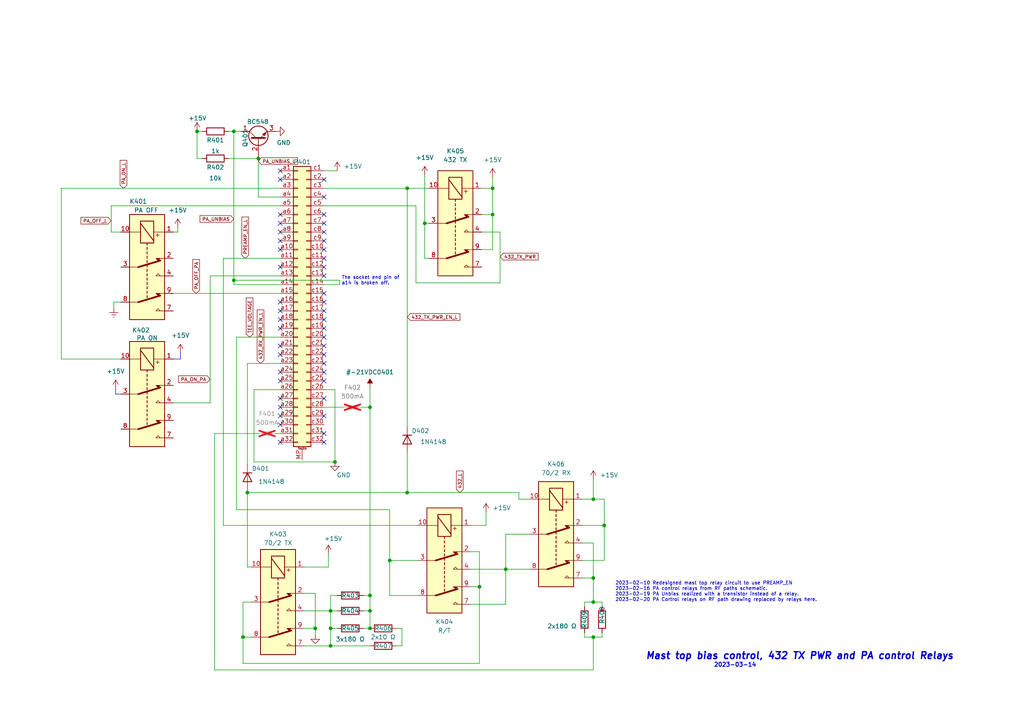
<source format=kicad_sch>
(kicad_sch (version 20230121) (generator eeschema)
  (paper "A4")
  (lib_symbols
    (symbol "AQsymbol-lib:DIN2" (pin_names (offset 0) hide)
      (property "Reference" "J" (at -1.27 40.64 0))
      (symbol "DIN2_1_1"
        (rectangle (start -2.54 -40.513) (end -1.27 -40.767) (stroke (width 0.1524)))
        (rectangle (start -2.54 -37.973) (end -1.27 -38.227) (stroke (width 0.1524)))
        (rectangle (start -2.54 -35.433) (end -1.27 -35.687) (stroke (width 0.1524)))
        (rectangle (start -2.54 -32.893) (end -1.27 -33.147) (stroke (width 0.1524)))
        (rectangle (start -2.54 -30.353) (end -1.27 -30.607) (stroke (width 0.1524)))
        (rectangle (start -2.54 -27.813) (end -1.27 -28.067) (stroke (width 0.1524)))
        (rectangle (start -2.54 -25.273) (end -1.27 -25.527) (stroke (width 0.1524)))
        (rectangle (start -2.54 -22.733) (end -1.27 -22.987) (stroke (width 0.1524)))
        (rectangle (start -2.54 -20.193) (end -1.27 -20.447) (stroke (width 0.1524)))
        (rectangle (start -2.54 -17.653) (end -1.27 -17.907) (stroke (width 0.1524)))
        (rectangle (start -2.54 -15.113) (end -1.27 -15.367) (stroke (width 0.1524)))
        (rectangle (start -2.54 -12.573) (end -1.27 -12.827) (stroke (width 0.1524)))
        (rectangle (start -2.54 -10.033) (end -1.27 -10.287) (stroke (width 0.1524)))
        (rectangle (start -2.54 -7.493) (end -1.27 -7.747) (stroke (width 0.1524)))
        (rectangle (start -2.54 -4.953) (end -1.27 -5.207) (stroke (width 0.1524)))
        (rectangle (start -2.54 -2.413) (end -1.27 -2.667) (stroke (width 0.1524)))
        (rectangle (start -2.54 0.127) (end -1.27 -0.127) (stroke (width 0.1524)))
        (rectangle (start -2.54 2.667) (end -1.27 2.413) (stroke (width 0.1524)))
        (rectangle (start -2.54 5.207) (end -1.27 4.953) (stroke (width 0.1524)))
        (rectangle (start -2.54 7.747) (end -1.27 7.493) (stroke (width 0.1524)))
        (rectangle (start -2.54 10.287) (end -1.27 10.033) (stroke (width 0.1524)))
        (rectangle (start -2.54 12.827) (end -1.27 12.573) (stroke (width 0.1524)))
        (rectangle (start -2.54 15.367) (end -1.27 15.113) (stroke (width 0.1524)))
        (rectangle (start -2.54 17.907) (end -1.27 17.653) (stroke (width 0.1524)))
        (rectangle (start -2.54 20.447) (end -1.27 20.193) (stroke (width 0.1524)))
        (rectangle (start -2.54 22.987) (end -1.27 22.733) (stroke (width 0.1524)))
        (rectangle (start -2.54 25.527) (end -1.27 25.273) (stroke (width 0.1524)))
        (rectangle (start -2.54 28.067) (end -1.27 27.813) (stroke (width 0.1524)))
        (rectangle (start -2.54 30.607) (end -1.27 30.353) (stroke (width 0.1524)))
        (rectangle (start -2.54 33.147) (end -1.27 32.893) (stroke (width 0.1524)))
        (rectangle (start -2.54 35.687) (end -1.27 35.433) (stroke (width 0.1524)))
        (rectangle (start -2.54 38.227) (end -1.27 37.973) (stroke (width 0.1524)))
        (rectangle (start -2.54 39.37) (end 2.54 -41.91) (stroke (width 0.254)) (fill (type background)))
        (polyline (pts (xy -1.016 -42.672) (xy 1.016 -42.672)) (stroke (width 0.1524)))
        (rectangle (start 2.54 -40.513) (end 1.27 -40.767) (stroke (width 0.1524)))
        (rectangle (start 2.54 -37.973) (end 1.27 -38.227) (stroke (width 0.1524)))
        (rectangle (start 2.54 -35.433) (end 1.27 -35.687) (stroke (width 0.1524)))
        (rectangle (start 2.54 -32.893) (end 1.27 -33.147) (stroke (width 0.1524)))
        (rectangle (start 2.54 -30.353) (end 1.27 -30.607) (stroke (width 0.1524)))
        (rectangle (start 2.54 -27.813) (end 1.27 -28.067) (stroke (width 0.1524)))
        (rectangle (start 2.54 -25.273) (end 1.27 -25.527) (stroke (width 0.1524)))
        (rectangle (start 2.54 -22.733) (end 1.27 -22.987) (stroke (width 0.1524)))
        (rectangle (start 2.54 -20.193) (end 1.27 -20.447) (stroke (width 0.1524)))
        (rectangle (start 2.54 -17.653) (end 1.27 -17.907) (stroke (width 0.1524)))
        (rectangle (start 2.54 -15.113) (end 1.27 -15.367) (stroke (width 0.1524)))
        (rectangle (start 2.54 -12.573) (end 1.27 -12.827) (stroke (width 0.1524)))
        (rectangle (start 2.54 -10.033) (end 1.27 -10.287) (stroke (width 0.1524)))
        (rectangle (start 2.54 -7.493) (end 1.27 -7.747) (stroke (width 0.1524)))
        (rectangle (start 2.54 -4.953) (end 1.27 -5.207) (stroke (width 0.1524)))
        (rectangle (start 2.54 -2.413) (end 1.27 -2.667) (stroke (width 0.1524)))
        (rectangle (start 2.54 0.127) (end 1.27 -0.127) (stroke (width 0.1524)))
        (rectangle (start 2.54 2.667) (end 1.27 2.413) (stroke (width 0.1524)))
        (rectangle (start 2.54 5.207) (end 1.27 4.953) (stroke (width 0.1524)))
        (rectangle (start 2.54 7.747) (end 1.27 7.493) (stroke (width 0.1524)))
        (rectangle (start 2.54 10.287) (end 1.27 10.033) (stroke (width 0.1524)))
        (rectangle (start 2.54 12.827) (end 1.27 12.573) (stroke (width 0.1524)))
        (rectangle (start 2.54 15.367) (end 1.27 15.113) (stroke (width 0.1524)))
        (rectangle (start 2.54 17.907) (end 1.27 17.653) (stroke (width 0.1524)))
        (rectangle (start 2.54 20.447) (end 1.27 20.193) (stroke (width 0.1524)))
        (rectangle (start 2.54 22.987) (end 1.27 22.733) (stroke (width 0.1524)))
        (rectangle (start 2.54 25.527) (end 1.27 25.273) (stroke (width 0.1524)))
        (rectangle (start 2.54 28.067) (end 1.27 27.813) (stroke (width 0.1524)))
        (rectangle (start 2.54 30.607) (end 1.27 30.353) (stroke (width 0.1524)))
        (rectangle (start 2.54 33.147) (end 1.27 32.893) (stroke (width 0.1524)))
        (rectangle (start 2.54 35.687) (end 1.27 35.433) (stroke (width 0.1524)))
        (rectangle (start 2.54 38.227) (end 1.27 37.973) (stroke (width 0.1524)))
        (text "Mounting" (at 0 -42.291 0) (effects (font (size 0.381 0.381))))
        (pin passive line (at 0 -45.72 90) (length 3.048) (name "MountPin") (number "MP"))
        (pin passive line (at -6.35 38.1 0) (length 3.81) (name "Pin_a1") (number "a1"))
        (pin passive line (at -6.35 15.24 0) (length 3.81) (name "Pin_a10") (number "a10"))
        (pin passive line (at -6.35 12.7 0) (length 3.81) (name "Pin_a11") (number "a11"))
        (pin passive line (at -6.35 10.16 0) (length 3.81) (name "Pin_a12") (number "a12"))
        (pin passive line (at -6.35 7.62 0) (length 3.81) (name "Pin_a13") (number "a13"))
        (pin passive line (at -6.35 5.08 0) (length 3.81) (name "Pin_a14") (number "a14"))
        (pin passive line (at -6.35 2.54 0) (length 3.81) (name "Pin_a15") (number "a15"))
        (pin passive line (at -6.35 0 0) (length 3.81) (name "Pin_a16") (number "a16"))
        (pin passive line (at -6.35 -2.54 0) (length 3.81) (name "Pin_a17") (number "a17"))
        (pin passive line (at -6.35 -5.08 0) (length 3.81) (name "Pin_a18") (number "a18"))
        (pin passive line (at -6.35 -7.62 0) (length 3.81) (name "Pin_a19") (number "a19"))
        (pin passive line (at -6.35 35.56 0) (length 3.81) (name "Pin_a2") (number "a2"))
        (pin passive line (at -6.35 -10.16 0) (length 3.81) (name "Pin_a20") (number "a20"))
        (pin passive line (at -6.35 -12.7 0) (length 3.81) (name "Pin_a21") (number "a21"))
        (pin passive line (at -6.35 -15.24 0) (length 3.81) (name "Pin_a22") (number "a22"))
        (pin passive line (at -6.35 -17.78 0) (length 3.81) (name "Pin_a23") (number "a23"))
        (pin passive line (at -6.35 -20.32 0) (length 3.81) (name "Pin_a24") (number "a24"))
        (pin passive line (at -6.35 -22.86 0) (length 3.81) (name "Pin_a25") (number "a25"))
        (pin passive line (at -6.35 -25.4 0) (length 3.81) (name "Pin_a26") (number "a26"))
        (pin passive line (at -6.35 -27.94 0) (length 3.81) (name "Pin_a27") (number "a27"))
        (pin passive line (at -6.35 -30.48 0) (length 3.81) (name "Pin_a28") (number "a28"))
        (pin passive line (at -6.35 -33.02 0) (length 3.81) (name "Pin_a29") (number "a29"))
        (pin passive line (at -6.35 33.02 0) (length 3.81) (name "Pin_a3") (number "a3"))
        (pin passive line (at -6.35 -35.56 0) (length 3.81) (name "Pin_a30") (number "a30"))
        (pin passive line (at -6.35 -38.1 0) (length 3.81) (name "Pin_a31") (number "a31"))
        (pin passive line (at -6.35 -40.64 0) (length 3.81) (name "Pin_a32") (number "a32"))
        (pin passive line (at -6.35 30.48 0) (length 3.81) (name "Pin_a4") (number "a4"))
        (pin passive line (at -6.35 27.94 0) (length 3.81) (name "Pin_a5") (number "a5"))
        (pin passive line (at -6.35 25.4 0) (length 3.81) (name "Pin_a6") (number "a6"))
        (pin passive line (at -6.35 22.86 0) (length 3.81) (name "Pin_a7") (number "a7"))
        (pin passive line (at -6.35 20.32 0) (length 3.81) (name "Pin_a8") (number "a8"))
        (pin passive line (at -6.35 17.78 0) (length 3.81) (name "Pin_a9") (number "a9"))
        (pin passive line (at 6.35 38.1 180) (length 3.81) (name "Pin_c1") (number "c1"))
        (pin passive line (at 6.35 15.24 180) (length 3.81) (name "Pin_c10") (number "c10"))
        (pin passive line (at 6.35 12.7 180) (length 3.81) (name "Pin_c11") (number "c11"))
        (pin passive line (at 6.35 10.16 180) (length 3.81) (name "Pin_c12") (number "c12"))
        (pin passive line (at 6.35 7.62 180) (length 3.81) (name "Pin_c13") (number "c13"))
        (pin passive line (at 6.35 5.08 180) (length 3.81) (name "Pin_c14") (number "c14"))
        (pin passive line (at 6.35 2.54 180) (length 3.81) (name "Pin_c15") (number "c15"))
        (pin passive line (at 6.35 0 180) (length 3.81) (name "Pin_c16") (number "c16"))
        (pin passive line (at 6.35 -2.54 180) (length 3.81) (name "Pin_c17") (number "c17"))
        (pin passive line (at 6.35 -5.08 180) (length 3.81) (name "Pin_c18") (number "c18"))
        (pin passive line (at 6.35 -7.62 180) (length 3.81) (name "Pin_c19") (number "c19"))
        (pin passive line (at 6.35 35.56 180) (length 3.81) (name "Pin_c2") (number "c2"))
        (pin passive line (at 6.35 -10.16 180) (length 3.81) (name "Pin_c20") (number "c20"))
        (pin passive line (at 6.35 -12.7 180) (length 3.81) (name "Pin_c21") (number "c21"))
        (pin passive line (at 6.35 -15.24 180) (length 3.81) (name "Pin_c22") (number "c22"))
        (pin passive line (at 6.35 -17.78 180) (length 3.81) (name "Pin_c23") (number "c23"))
        (pin passive line (at 6.35 -20.32 180) (length 3.81) (name "Pin_c24") (number "c24"))
        (pin passive line (at 6.35 -22.86 180) (length 3.81) (name "Pin_c25") (number "c25"))
        (pin passive line (at 6.35 -25.4 180) (length 3.81) (name "Pin_c26") (number "c26"))
        (pin passive line (at 6.35 -27.94 180) (length 3.81) (name "Pin_c27") (number "c27"))
        (pin passive line (at 6.35 -30.48 180) (length 3.81) (name "Pin_c28") (number "c28"))
        (pin passive line (at 6.35 -33.02 180) (length 3.81) (name "Pin_c29") (number "c29"))
        (pin passive line (at 6.35 33.02 180) (length 3.81) (name "Pin_c3") (number "c3"))
        (pin passive line (at 6.35 -35.56 180) (length 3.81) (name "Pin_c30") (number "c30"))
        (pin passive line (at 6.35 -38.1 180) (length 3.81) (name "Pin_c31") (number "c31"))
        (pin passive line (at 6.35 -40.64 180) (length 3.81) (name "Pin_c32") (number "c32"))
        (pin passive line (at 6.35 30.48 180) (length 3.81) (name "Pin_c4") (number "c4"))
        (pin passive line (at 6.35 27.94 180) (length 3.81) (name "Pin_c5") (number "c5"))
        (pin passive line (at 6.35 25.4 180) (length 3.81) (name "Pin_c6") (number "c6"))
        (pin passive line (at 6.35 22.86 180) (length 3.81) (name "Pin_c7") (number "c7"))
        (pin passive line (at 6.35 20.32 180) (length 3.81) (name "Pin_c8") (number "c8"))
        (pin passive line (at 6.35 17.78 180) (length 3.81) (name "Pin_c9") (number "c9"))
      )
    )
    (symbol "Device:Fuse_Small" (pin_numbers hide) (pin_names (offset 0.254) hide)
      (property "Reference" "F" (at 0 -1.524 0))
      (property "Value" "Fuse_Small" (at 0 1.524 0))
      (symbol "Fuse_Small_0_1"
        (rectangle (start -1.27 0.508) (end 1.27 -0.508))
        (polyline (pts (xy -1.27 0) (xy 1.27 0)))
      )
      (symbol "Fuse_Small_1_1"
        (pin passive line (at -2.54 0 0) (length 1.27) (name "~") (number "1"))
        (pin passive line (at 2.54 0 180) (length 1.27) (name "~") (number "2"))
      )
    )
    (symbol "Device:R" (pin_numbers hide) (pin_names (offset 0))
      (property "Reference" "R" (at 2.032 0 90))
      (property "Value" "R" (at 0 0 90))
      (symbol "R_0_1"
        (rectangle (start -1.016 -2.54) (end 1.016 2.54) (stroke (width 0.254)))
      )
      (symbol "R_1_1"
        (pin passive line (at 0 3.81 270) (length 1.27) (name "~") (number "1"))
        (pin passive line (at 0 -3.81 90) (length 1.27) (name "~") (number "2"))
      )
    )
    (symbol "Diode:1N4148" (pin_numbers hide) (pin_names (offset 1.016) hide)
      (property "Reference" "D" (at 0 2.54 0))
      (property "Value" "1N4148" (at 0 -2.54 0))
      (symbol "1N4148_0_1"
        (polyline (pts (xy -1.27 1.27) (xy -1.27 -1.27)) (stroke (width 0.254)))
        (polyline (pts (xy 1.27 0) (xy -1.27 0)))
        (polyline (pts (xy 1.27 1.27) (xy 1.27 -1.27) (xy -1.27 0) (xy 1.27 1.27)) (stroke (width 0.254)))
      )
      (symbol "1N4148_1_1"
        (pin passive line (at -3.81 0 0) (length 2.54) (name "K") (number "1"))
        (pin passive line (at 3.81 0 180) (length 2.54) (name "A") (number "2"))
      )
    )
    (symbol "Relay:AZ850P1-x"
      (property "Reference" "K" (at 16.51 3.81 0))
      (property "Value" "AZ850P1-x" (at 16.51 1.27 0))
      (symbol "AZ850P1-x_0_0"
        (text "+" (at -9.271 2.921 0) (effects (font (size 1.27 1.27))))
      )
      (symbol "AZ850P1-x_0_1"
        (rectangle (start -15.24 5.08) (end 15.24 -5.08) (stroke (width 0.254)) (fill (type background)))
        (rectangle (start -13.335 1.905) (end -6.985 -1.905) (stroke (width 0.254)))
        (polyline (pts (xy -12.7 -1.905) (xy -7.62 1.905)) (stroke (width 0.254)))
        (polyline (pts (xy -10.16 -5.08) (xy -10.16 -1.905)))
        (polyline (pts (xy -10.16 5.08) (xy -10.16 1.905)))
        (polyline (pts (xy -6.985 0) (xy -6.35 0)) (stroke (width 0.254)))
        (polyline (pts (xy -5.715 0) (xy -5.08 0)) (stroke (width 0.254)))
        (polyline (pts (xy -4.445 0) (xy -3.81 0)) (stroke (width 0.254)))
        (polyline (pts (xy -3.175 0) (xy -2.54 0)) (stroke (width 0.254)))
        (polyline (pts (xy -1.905 0) (xy -1.27 0)) (stroke (width 0.254)))
        (polyline (pts (xy -0.635 0) (xy 0 0)) (stroke (width 0.254)))
        (polyline (pts (xy 0 -2.54) (xy -1.905 3.81)) (stroke (width 0.508)))
        (polyline (pts (xy 0 -2.54) (xy 0 -5.08)))
        (polyline (pts (xy 0.635 0) (xy 1.27 0)) (stroke (width 0.254)))
        (polyline (pts (xy 1.905 0) (xy 2.54 0)) (stroke (width 0.254)))
        (polyline (pts (xy 3.175 0) (xy 3.81 0)) (stroke (width 0.254)))
        (polyline (pts (xy 4.445 0) (xy 5.08 0)) (stroke (width 0.254)))
        (polyline (pts (xy 5.715 0) (xy 6.35 0)) (stroke (width 0.254)))
        (polyline (pts (xy 6.985 0) (xy 7.62 0)) (stroke (width 0.254)))
        (polyline (pts (xy 8.255 0) (xy 8.89 0)) (stroke (width 0.254)))
        (polyline (pts (xy 10.16 -2.54) (xy 8.255 3.81)) (stroke (width 0.508)))
        (polyline (pts (xy 10.16 -2.54) (xy 10.16 -5.08)))
        (polyline (pts (xy -2.54 5.08) (xy -2.54 2.54) (xy -1.905 3.175) (xy -2.54 3.81)) (fill (type outline)))
        (polyline (pts (xy 2.54 5.08) (xy 2.54 2.54) (xy 1.905 3.175) (xy 2.54 3.81)))
        (polyline (pts (xy 7.62 5.08) (xy 7.62 2.54) (xy 8.255 3.175) (xy 7.62 3.81)) (fill (type outline)))
        (polyline (pts (xy 12.7 5.08) (xy 12.7 2.54) (xy 12.065 3.175) (xy 12.7 3.81)))
      )
      (symbol "AZ850P1-x_1_1"
        (pin passive line (at -10.16 7.62 270) (length 2.54) (name "~") (number "1"))
        (pin passive line (at -10.16 -7.62 90) (length 2.54) (name "~") (number "10"))
        (pin passive line (at -2.54 7.62 270) (length 2.54) (name "~") (number "2"))
        (pin passive line (at 0 -7.62 90) (length 2.54) (name "~") (number "3"))
        (pin passive line (at 2.54 7.62 270) (length 2.54) (name "~") (number "4"))
        (pin passive line (at 12.7 7.62 270) (length 2.54) (name "~") (number "7"))
        (pin passive line (at 10.16 -7.62 90) (length 2.54) (name "~") (number "8"))
        (pin passive line (at 7.62 7.62 270) (length 2.54) (name "~") (number "9"))
      )
    )
    (symbol "Transistor_BJT:BC548" (pin_names (offset 0) hide)
      (property "Reference" "Q" (at 5.08 1.905 0))
      (property "Value" "BC548" (at 5.08 0 0))
      (symbol "BC548_0_1"
        (polyline (pts (xy 0 0) (xy 0.635 0)))
        (polyline (pts (xy 0.635 0.635) (xy 2.54 2.54)))
        (polyline (pts (xy 0.635 -0.635) (xy 2.54 -2.54) (xy 2.54 -2.54)))
        (polyline (pts (xy 0.635 1.905) (xy 0.635 -1.905) (xy 0.635 -1.905)) (stroke (width 0.508)))
        (polyline (pts (xy 1.27 -1.778) (xy 1.778 -1.27) (xy 2.286 -2.286) (xy 1.27 -1.778) (xy 1.27 -1.778)) (fill (type outline)))
        (circle (center 1.27 0) (radius 2.8194) (stroke (width 0.254)))
      )
      (symbol "BC548_1_1"
        (pin passive line (at 2.54 5.08 270) (length 2.54) (name "C") (number "1"))
        (pin input line (at -5.08 0 0) (length 5.08) (name "B") (number "2"))
        (pin passive line (at 2.54 -5.08 90) (length 2.54) (name "E") (number "3"))
      )
    )
    (symbol "power:+15V" (power) (pin_names (offset 0))
      (property "Value" "+15V" (at 0 3.556 0))
      (symbol "+15V_0_1"
        (polyline (pts (xy -0.762 1.27) (xy 0 2.54)))
        (polyline (pts (xy 0 0) (xy 0 2.54)))
        (polyline (pts (xy 0 2.54) (xy 0.762 1.27)))
      )
      (symbol "+15V_1_1"
        (pin power_in line (at 0 0 90) (length 0) hide (name "+15V") (number "1"))
      )
    )
    (symbol "power:-24V" (power) (pin_names (offset 0))
      (property "Value" "-24V" (at 0 3.81 0))
      (symbol "-24V_0_0"
        (pin power_in line (at 0 0 90) (length 0) hide (name "-24V") (number "1"))
      )
      (symbol "-24V_0_1"
        (polyline (pts (xy 0 0) (xy 0 1.27) (xy 0.762 1.27) (xy 0 2.54) (xy -0.762 1.27) (xy 0 1.27)) (fill (type outline)))
      )
    )
    (symbol "power:Earth" (power) (pin_names (offset 0))
      (symbol "Earth_0_1"
        (polyline (pts (xy -0.635 -1.905) (xy 0.635 -1.905)))
        (polyline (pts (xy -0.127 -2.54) (xy 0.127 -2.54)))
        (polyline (pts (xy 0 -1.27) (xy 0 0)))
        (polyline (pts (xy 1.27 -1.27) (xy -1.27 -1.27)))
      )
      (symbol "Earth_1_1"
        (pin power_in line (at 0 0 270) (length 0) hide (name "Earth") (number "1"))
      )
    )
    (symbol "power:GND" (power) (pin_names (offset 0))
      (property "Value" "GND" (at 0 -3.81 0))
      (symbol "GND_0_1"
        (polyline (pts (xy 0 0) (xy 0 -1.27) (xy 1.27 -1.27) (xy 0 -2.54) (xy -1.27 -1.27) (xy 0 -1.27)))
      )
      (symbol "GND_1_1"
        (pin power_in line (at 0 0 270) (length 0) hide (name "GND") (number "1"))
      )
    )
  )
  (junction (at 97.155 133.985))
  (junction (at 175.26 152.4))
  (junction (at 95.885 177.165))
  (junction (at 172.085 184.785))
  (junction (at 107.315 172.72))
  (junction (at 118.11 54.61))
  (junction (at 172.085 167.64))
  (junction (at 123.19 64.77))
  (junction (at 118.11 142.875))
  (junction (at 172.085 174.625))
  (junction (at 74.93 45.974))
  (junction (at 95.885 187.325))
  (junction (at 70.485 184.785))
  (junction (at 139.065 170.18))
  (junction (at 67.818 38.1))
  (junction (at 113.03 162.56))
  (junction (at 91.44 182.245))
  (junction (at 142.875 62.23))
  (junction (at 67.818 81.28))
  (junction (at 95.885 182.245))
  (junction (at 172.085 144.78))
  (junction (at 142.875 54.61))
  (junction (at 71.755 142.875))
  (junction (at 107.315 182.245))
  (junction (at 107.315 118.11))
  (junction (at 107.315 177.165))
  (junction (at 57.15 38.1))
  (junction (at 146.685 165.1))
  (no_connect (at 81.28 67.31))
  (no_connect (at 81.28 95.25))
  (no_connect (at 81.28 102.87))
  (no_connect (at 81.28 100.33))
  (no_connect (at 81.28 92.71))
  (no_connect (at 81.28 90.17))
  (no_connect (at 81.28 87.63))
  (no_connect (at 81.28 77.47))
  (no_connect (at 81.28 72.39))
  (no_connect (at 93.98 125.73))
  (no_connect (at 93.98 128.27))
  (no_connect (at 81.28 123.19))
  (no_connect (at 81.28 120.65))
  (no_connect (at 81.28 128.27))
  (no_connect (at 93.98 62.23))
  (no_connect (at 93.98 64.77))
  (no_connect (at 93.98 67.31))
  (no_connect (at 93.98 69.85))
  (no_connect (at 93.98 72.39))
  (no_connect (at 93.98 52.07))
  (no_connect (at 93.98 57.15))
  (no_connect (at 93.98 85.09))
  (no_connect (at 93.98 87.63))
  (no_connect (at 93.98 102.87))
  (no_connect (at 93.98 105.41))
  (no_connect (at 81.28 52.07))
  (no_connect (at 81.28 69.85))
  (no_connect (at 93.98 74.93))
  (no_connect (at 93.98 77.47))
  (no_connect (at 93.98 80.01))
  (no_connect (at 81.28 64.77))
  (no_connect (at 81.28 62.23))
  (no_connect (at 93.98 90.17))
  (no_connect (at 93.98 92.71))
  (no_connect (at 93.98 95.25))
  (no_connect (at 93.98 97.79))
  (no_connect (at 93.98 100.33))
  (no_connect (at 93.98 120.65))
  (no_connect (at 93.98 110.49))
  (no_connect (at 93.98 115.57))
  (no_connect (at 93.98 107.95))
  (no_connect (at 81.28 49.53))
  (no_connect (at 81.28 118.11))
  (no_connect (at 81.28 115.57))
  (no_connect (at 81.28 110.49))
  (no_connect (at 81.28 107.95))
  (wire (pts (xy 17.78 54.61) (xy 17.78 104.14)))
  (wire (pts (xy 70.485 174.625) (xy 73.025 174.625)))
  (wire (pts (xy 91.44 172.085) (xy 91.44 182.245)))
  (wire (pts (xy 95.885 187.325) (xy 107.315 187.325)))
  (wire (pts (xy 107.315 112.395) (xy 107.315 118.11)))
  (wire (pts (xy 146.685 165.1) (xy 146.685 175.26)))
  (wire (pts (xy 136.525 160.02) (xy 139.065 160.02)))
  (wire (pts (xy 74.93 45.974) (xy 74.93 57.15)))
  (wire (pts (xy 139.065 170.18) (xy 139.065 192.405)))
  (wire (pts (xy 168.91 162.56) (xy 175.26 162.56)))
  (wire (pts (xy 107.315 182.245) (xy 107.315 177.165)))
  (wire (pts (xy 175.26 152.4) (xy 175.26 144.78)))
  (wire (pts (xy 81.28 113.03) (xy 73.66 113.03)))
  (wire (pts (xy 140.97 152.4) (xy 140.97 148.59)))
  (wire (pts (xy 57.15 45.974) (xy 58.674 45.974)))
  (wire (pts (xy 172.085 184.785) (xy 174.625 184.785)))
  (wire (pts (xy 67.818 38.1) (xy 67.818 81.28)))
  (wire (pts (xy 118.11 131.318) (xy 118.11 142.875)))
  (wire (pts (xy 50.292 85.09) (xy 81.28 85.09)))
  (wire (pts (xy 81.28 74.93) (xy 64.77 74.93)))
  (wire (pts (xy 169.545 175.895) (xy 169.545 174.625)))
  (wire (pts (xy 107.315 118.11) (xy 107.315 172.72)))
  (wire (pts (xy 35.052 87.63) (xy 33.02 87.63)))
  (wire (pts (xy 93.98 54.61) (xy 118.11 54.61)))
  (wire (pts (xy 124.46 74.93) (xy 123.19 74.93)))
  (wire (pts (xy 172.085 184.785) (xy 172.085 194.31)))
  (wire (pts (xy 95.25 160.655) (xy 95.25 164.465)))
  (wire (pts (xy 113.03 162.56) (xy 113.03 147.828)))
  (wire (pts (xy 70.485 192.405) (xy 70.485 184.785)))
  (wire (pts (xy 67.818 38.1) (xy 69.85 38.1)))
  (wire (pts (xy 95.885 177.165) (xy 95.885 182.245)))
  (wire (pts (xy 139.7 62.23) (xy 142.875 62.23)))
  (wire (pts (xy 136.525 152.4) (xy 140.97 152.4)))
  (wire (pts (xy 105.41 177.165) (xy 107.315 177.165)))
  (wire (pts (xy 71.755 105.41) (xy 71.755 134.62)))
  (wire (pts (xy 52.324 104.14) (xy 52.324 102.362)) (stroke (width 0) (color 0 0 194 1)))
  (wire (pts (xy 93.98 118.11) (xy 99.695 118.11)))
  (wire (pts (xy 118.11 54.61) (xy 124.46 54.61)))
  (wire (pts (xy 71.755 105.41) (xy 81.28 105.41)))
  (wire (pts (xy 146.685 154.94) (xy 146.685 165.1)))
  (wire (pts (xy 172.085 139.065) (xy 172.085 144.78)))
  (wire (pts (xy 71.755 142.875) (xy 118.11 142.875)))
  (wire (pts (xy 172.085 194.31) (xy 62.23 194.31)))
  (wire (pts (xy 81.28 54.61) (xy 17.78 54.61)))
  (wire (pts (xy 169.545 174.625) (xy 172.085 174.625)))
  (wire (pts (xy 123.19 74.93) (xy 123.19 64.77)))
  (wire (pts (xy 50.292 116.84) (xy 60.96 116.84)))
  (wire (pts (xy 116.586 182.245) (xy 116.586 187.325)))
  (wire (pts (xy 105.41 172.72) (xy 107.315 172.72)))
  (wire (pts (xy 32.258 67.31) (xy 35.052 67.31)))
  (wire (pts (xy 93.98 82.55) (xy 98.552 82.55)))
  (wire (pts (xy 142.875 72.39) (xy 142.875 62.23)))
  (wire (pts (xy 88.265 172.085) (xy 91.44 172.085)))
  (wire (pts (xy 60.96 80.01) (xy 81.28 80.01)))
  (wire (pts (xy 172.085 167.64) (xy 172.085 174.625)))
  (wire (pts (xy 68.58 97.79) (xy 68.58 147.828)))
  (wire (pts (xy 172.085 174.625) (xy 174.625 174.625)))
  (wire (pts (xy 120.65 59.69) (xy 120.65 82.042)))
  (wire (pts (xy 67.818 81.28) (xy 67.818 82.55)))
  (wire (pts (xy 33.528 114.3) (xy 35.052 114.3)) (stroke (width 0) (color 0 0 194 1)))
  (wire (pts (xy 66.294 38.1) (xy 67.818 38.1)))
  (wire (pts (xy 121.285 162.56) (xy 113.03 162.56)))
  (wire (pts (xy 95.885 177.165) (xy 95.885 172.72)))
  (wire (pts (xy 64.77 74.93) (xy 64.77 152.4)))
  (wire (pts (xy 145.034 82.042) (xy 145.034 67.31)))
  (wire (pts (xy 98.552 81.28) (xy 98.552 82.55)))
  (wire (pts (xy 17.78 104.14) (xy 35.052 104.14)))
  (wire (pts (xy 113.03 172.72) (xy 121.285 172.72)))
  (wire (pts (xy 116.586 187.325) (xy 114.935 187.325)))
  (wire (pts (xy 142.875 62.23) (xy 142.875 54.61)))
  (wire (pts (xy 114.935 182.245) (xy 116.586 182.245)))
  (wire (pts (xy 168.91 144.78) (xy 172.085 144.78)))
  (wire (pts (xy 120.65 82.042) (xy 145.034 82.042)))
  (wire (pts (xy 70.485 184.785) (xy 70.485 174.625)))
  (wire (pts (xy 97.79 172.72) (xy 95.885 172.72)))
  (wire (pts (xy 124.46 64.77) (xy 123.19 64.77)))
  (wire (pts (xy 97.79 182.245) (xy 95.885 182.245)))
  (wire (pts (xy 51.562 67.31) (xy 51.562 66.04)))
  (wire (pts (xy 146.685 165.1) (xy 153.67 165.1)))
  (wire (pts (xy 136.525 175.26) (xy 146.685 175.26)))
  (wire (pts (xy 175.26 144.78) (xy 172.085 144.78)))
  (wire (pts (xy 80.01 125.73) (xy 81.28 125.73)))
  (wire (pts (xy 139.065 160.02) (xy 139.065 170.18)))
  (wire (pts (xy 174.625 183.515) (xy 174.625 184.785)))
  (wire (pts (xy 104.775 118.11) (xy 107.315 118.11)))
  (wire (pts (xy 71.755 164.465) (xy 73.025 164.465)))
  (wire (pts (xy 33.02 87.63) (xy 33.02 89.408)))
  (wire (pts (xy 150.495 142.875) (xy 150.495 144.78)))
  (wire (pts (xy 73.66 113.03) (xy 73.66 133.985)))
  (wire (pts (xy 97.79 49.53) (xy 93.98 49.53)))
  (wire (pts (xy 123.19 64.77) (xy 123.19 50.8)))
  (wire (pts (xy 93.98 59.69) (xy 120.65 59.69)))
  (wire (pts (xy 88.265 164.465) (xy 95.25 164.465)))
  (wire (pts (xy 88.265 182.245) (xy 91.44 182.245)))
  (wire (pts (xy 168.91 167.64) (xy 172.085 167.64)))
  (wire (pts (xy 73.66 133.985) (xy 97.155 133.985)))
  (wire (pts (xy 50.292 104.14) (xy 52.324 104.14)) (stroke (width 0) (color 0 0 194 1)))
  (wire (pts (xy 67.818 81.28) (xy 98.552 81.28)))
  (wire (pts (xy 95.885 182.245) (xy 95.885 187.325)))
  (wire (pts (xy 71.755 142.875) (xy 71.755 142.24)))
  (wire (pts (xy 113.03 147.828) (xy 68.58 147.828)))
  (wire (pts (xy 146.685 154.94) (xy 153.67 154.94)))
  (wire (pts (xy 91.44 182.245) (xy 91.44 184.15)))
  (wire (pts (xy 169.545 183.515) (xy 169.545 184.785)))
  (wire (pts (xy 81.28 59.69) (xy 32.258 59.69)))
  (wire (pts (xy 33.528 112.776) (xy 33.528 114.3)) (stroke (width 0) (color 0 0 194 1)))
  (wire (pts (xy 169.545 184.785) (xy 172.085 184.785)))
  (wire (pts (xy 60.96 116.84) (xy 60.96 80.01)))
  (wire (pts (xy 174.625 174.625) (xy 174.625 175.895)))
  (wire (pts (xy 74.93 45.974) (xy 74.93 45.72)))
  (wire (pts (xy 139.7 54.61) (xy 142.875 54.61)))
  (wire (pts (xy 95.885 177.165) (xy 88.265 177.165)))
  (wire (pts (xy 70.485 192.405) (xy 139.065 192.405)))
  (wire (pts (xy 70.485 184.785) (xy 73.025 184.785)))
  (wire (pts (xy 172.085 167.64) (xy 172.085 157.48)))
  (wire (pts (xy 136.525 165.1) (xy 146.685 165.1)))
  (wire (pts (xy 95.885 177.165) (xy 97.79 177.165)))
  (wire (pts (xy 150.495 142.875) (xy 118.11 142.875)))
  (wire (pts (xy 113.03 162.56) (xy 113.03 172.72)))
  (wire (pts (xy 67.818 82.55) (xy 81.28 82.55)))
  (wire (pts (xy 175.26 152.4) (xy 168.91 152.4)))
  (wire (pts (xy 62.23 125.73) (xy 74.93 125.73)))
  (wire (pts (xy 71.755 142.875) (xy 71.755 164.465)))
  (wire (pts (xy 150.495 144.78) (xy 153.67 144.78)))
  (wire (pts (xy 142.875 51.435) (xy 142.875 54.61)))
  (wire (pts (xy 66.294 45.974) (xy 74.93 45.974)))
  (wire (pts (xy 107.315 177.165) (xy 107.315 172.72)))
  (wire (pts (xy 32.258 59.69) (xy 32.258 67.31)))
  (wire (pts (xy 139.7 72.39) (xy 142.875 72.39)))
  (wire (pts (xy 105.41 182.245) (xy 107.315 182.245)))
  (wire (pts (xy 97.155 133.985) (xy 97.155 113.03)))
  (wire (pts (xy 57.15 45.974) (xy 57.15 38.1)))
  (wire (pts (xy 139.7 67.31) (xy 145.034 67.31)))
  (wire (pts (xy 88.265 187.325) (xy 95.885 187.325)))
  (wire (pts (xy 97.155 113.03) (xy 93.98 113.03)))
  (wire (pts (xy 57.15 38.1) (xy 58.674 38.1)))
  (wire (pts (xy 118.11 123.698) (xy 118.11 54.61)))
  (wire (pts (xy 81.28 57.15) (xy 74.93 57.15)))
  (wire (pts (xy 81.28 97.79) (xy 68.58 97.79)))
  (wire (pts (xy 139.065 170.18) (xy 136.525 170.18)))
  (wire (pts (xy 62.23 125.73) (xy 62.23 194.31)))
  (wire (pts (xy 175.26 152.4) (xy 175.26 162.56)))
  (wire (pts (xy 50.292 67.31) (xy 51.562 67.31)))
  (wire (pts (xy 168.91 157.48) (xy 172.085 157.48)))
  (wire (pts (xy 64.77 152.4) (xy 121.285 152.4)))
  (text "2023-03-14" (at 207.01 193.675 0) (effects (font (size 1.2 1.2) (thickness 0.24) bold) (justify left bottom)))
  (text "Mast top bias control, 432 TX PWR and PA control Relays" (at 187.198 191.516 0) (effects (font (size 1.9906 1.9906) (thickness 0.3981) bold italic) (justify left bottom)))
  (text "The socket end pin of \na14 is broken off." (at 99.06 82.804 0) (effects (font (size 0.9906 0.9906)) (justify left bottom)))
  (text "2023-02-10 Redesigned mast top relay circuit to use PREAMP_EN\n2023-02-16 PA control relays from RF paths schematic.\n2023-02-19 PA Unbias realized with a transistor instead of a relay.\n2023-02-20 PA Cortrol relays on RF path drawing replaced by relays here.\n" (at 178.435 174.625 0) (effects (font (size 0.9906 0.9906)) (justify left bottom)))
  (global_label "PA_OFF_PA" (shape input) (at 56.896 85.09 90) (effects (font (size 0.9906 0.9906))) (property "Intersheetrefs" "${INTERSHEET_REFS}" (effects hide)))
  (global_label "PA_ON_L" (shape input) (at 35.814 54.61 90) (effects (font (size 0.9906 0.9906))) (property "Intersheetrefs" "${INTERSHEET_REFS}" (effects hide)))
  (global_label "432_TX_PWR_EN_L" (shape input) (at 118.11 91.948 0) (effects (font (size 0.9906 0.9906))) (property "Intersheetrefs" "${INTERSHEET_REFS}" (effects hide)))
  (global_label "432_L" (shape input) (at 133.35 142.875 90) (effects (font (size 0.9906 0.9906))) (property "Intersheetrefs" "${INTERSHEET_REFS}" (effects hide)))
  (global_label "432_TX_PWR" (shape input) (at 145.034 74.422 0) (effects (font (size 0.9906 0.9906))) (property "Intersheetrefs" "${INTERSHEET_REFS}" (effects hide)))
  (global_label "432_RX_PWR_EN_L" (shape input) (at 75.565 105.41 90) (effects (font (size 0.9906 0.9906))) (property "Intersheetrefs" "${INTERSHEET_REFS}" (effects hide)))
  (global_label "TEE_VOLTAGE" (shape input) (at 72.39 97.79 90) (effects (font (size 0.9906 0.9906))) (property "Intersheetrefs" "${INTERSHEET_REFS}" (effects hide)))
  (global_label "PREAMP_EN_L" (shape input) (at 71.12 74.93 90) (effects (font (size 0.9906 0.9906))) (property "Intersheetrefs" "${INTERSHEET_REFS}" (effects hide)))
  (global_label "PA_UNBIAS_L" (shape input) (at 74.93 46.736 0) (effects (font (size 0.9906 0.9906))) (property "Intersheetrefs" "${INTERSHEET_REFS}" (effects hide)))
  (global_label "PA_UNBIAS" (shape input) (at 67.818 63.5 180) (effects (font (size 0.9906 0.9906))) (property "Intersheetrefs" "${INTERSHEET_REFS}" (effects hide)))
  (global_label "PA_OFF_L" (shape input) (at 32.258 64.008 180) (effects (font (size 0.9906 0.9906))) (property "Intersheetrefs" "${INTERSHEET_REFS}" (effects hide)))
  (global_label "PA_ON_PA" (shape input) (at 60.96 109.982 180) (effects (font (size 0.9906 0.9906))) (property "Intersheetrefs" "${INTERSHEET_REFS}" (effects hide)))
  (symbol (lib_id "Relay:AZ850P1-x") (at 132.08 64.77 270) (unit 1)
    (property "Reference" "K405" (at 132.08 43.815 90))
    (property "Value" "432 TX" (at 132.08 46.355 90))
    (property "Footprint" "Relay_THT:Relay_DPDT_FRT5" (effects hide))
    (property "Datasheet" "http://www.azettler.com/pdfs/az850.pdf" (effects hide))
  )
  (symbol (lib_id "power:+15V") (at 52.324 102.362 0) (unit 1)
    (property "Reference" "#PWR0404" (effects hide))
    (property "Value" "+15V" (at 52.324 97.282 0))
  )
  (symbol (lib_id "Device:R") (at 169.545 179.705 180) (unit 1)
    (property "Reference" "R408" (at 174.625 180.975 90) (effects (justify right)))
    (property "Value" "2x180 Ω" (at 158.75 181.61 0) (effects (justify right)))
    (property "Footprint" "Resistor_THT:R_Axial_Power_L25.0mm_W9.0mm_P30.48mm" (effects hide))
  )
  (symbol (lib_id "AQsymbol-lib:DIN2") (at 87.63 87.63 0) (unit 1)
    (property "Reference" "P401" (at 87.63 46.99 0))
    (property "Value" "DIN2" (effects hide))
    (property "Footprint" "Connector_DIN:DIN41612_C_2x32_Male_Horizontal_THT" (effects hide))
  )
  (symbol (lib_id "power:+15V") (at 51.562 66.04 0) (unit 1)
    (property "Reference" "#PWR0403" (effects hide))
    (property "Value" "+15V" (at 51.562 60.96 0))
  )
  (symbol (lib_id "Relay:AZ850P1-x") (at 80.645 174.625 270) (unit 1)
    (property "Reference" "K403" (at 80.645 154.94 90))
    (property "Value" "70/2 TX" (at 80.645 157.48 90))
    (property "Footprint" "Relay_THT:Relay_DPDT_FRT5" (effects hide))
    (property "Datasheet" "http://www.azettler.com/pdfs/az850.pdf" (effects hide))
  )
  (symbol (lib_id "Device:Fuse_Small") (at 102.235 118.11 0) (unit 1) (dnp yes)
    (property "Reference" "F402" (at 102.235 112.395 0))
    (property "Value" "500mA" (at 102.235 114.935 0))
    (property "Footprint" "Fuse:Fuseholder_Cylinder-5x20mm_Stelvio-Kontek_PTF78_Horizontal_Open" (effects hide))
  )
  (symbol (lib_id "Device:R") (at 62.484 38.1 270) (unit 1)
    (property "Reference" "R401" (at 62.484 40.64 90))
    (property "Value" "1k" (at 62.484 43.815 90))
    (property "Footprint" "Resistor_THT:R_Axial_DIN0414_L11.9mm_D4.5mm_P15.24mm_Horizontal" (effects hide))
  )
  (symbol (lib_id "Transistor_BJT:BC548") (at 74.93 40.64 90) (unit 1)
    (property "Reference" "Q401" (at 71.12 42.672 0) (effects (justify left)))
    (property "Value" "BC548" (at 77.978 35.306 90) (effects (justify left)))
    (property "Footprint" "Package_TO_SOT_THT:TO-92_Inline" (effects hide))
    (property "Datasheet" "https://www.onsemi.com/pub/Collateral/BC550-D.pdf" (effects hide))
  )
  (symbol (lib_id "Relay:AZ850P1-x") (at 42.672 77.47 270) (unit 1)
    (property "Reference" "K401" (at 40.132 58.42 90))
    (property "Value" "PA OFF" (at 42.418 60.96 90))
    (property "Footprint" "Relay_THT:Relay_DPDT_FRT5" (effects hide))
    (property "Datasheet" "http://www.azettler.com/pdfs/az850.pdf" (effects hide))
  )
  (symbol (lib_id "Device:Fuse_Small") (at 77.47 125.73 0) (unit 1) (dnp yes)
    (property "Reference" "F401" (at 77.47 120.015 0))
    (property "Value" "500mA" (at 77.47 122.555 0))
    (property "Footprint" "Fuse:Fuseholder_Cylinder-5x20mm_Stelvio-Kontek_PTF78_Horizontal_Open" (effects hide))
  )
  (symbol (lib_id "Diode:1N4148") (at 118.11 127.508 270) (unit 1)
    (property "Reference" "D402" (at 119.38 124.968 90) (effects (justify left)))
    (property "Value" "1N4148" (at 121.92 128.143 90) (effects (justify left)))
    (property "Footprint" "Diode_THT:D_DO-35_SOD27_P7.62mm_Horizontal" (effects hide))
    (property "Datasheet" "https://assets.nexperia.com/documents/data-sheet/1N4148_1N4448.pdf" (effects hide))
  )
  (symbol (lib_id "power:Earth") (at 33.02 89.408 0) (unit 1)
    (property "Reference" "#PWR0401" (effects hide))
    (property "Value" "Earth" (effects hide))
  )
  (symbol (lib_id "Device:R") (at 62.484 45.974 270) (unit 1)
    (property "Reference" "R402" (at 62.484 48.514 90))
    (property "Value" "10k" (at 62.484 51.689 90))
    (property "Footprint" "Resistor_THT:R_Axial_DIN0414_L11.9mm_D4.5mm_P15.24mm_Horizontal" (effects hide))
  )
  (symbol (lib_id "power:-24V") (at 107.315 112.395 0) (unit 1)
    (property "Reference" "#-21VDC0401" (at 107.315 107.95 0))
    (property "Value" "-24V" (effects hide))
  )
  (symbol (lib_id "power:+15V") (at 172.085 139.065 0) (unit 1)
    (property "Reference" "#PWR0414" (effects hide))
    (property "Value" "+15V" (at 173.99 137.7949 0) (effects (justify left)))
  )
  (symbol (lib_id "power:GND") (at 91.44 184.15 0) (unit 1)
    (property "Reference" "#PWR0407" (effects hide))
    (property "Value" "GND" (effects hide))
  )
  (symbol (lib_id "power:GND") (at 80.01 38.1 90) (unit 1)
    (property "Reference" "#PWR0406" (effects hide))
    (property "Value" "GND" (at 82.296 41.402 90))
  )
  (symbol (lib_id "power:+15V") (at 97.79 49.53 0) (unit 1)
    (property "Reference" "#PWR0410" (effects hide))
    (property "Value" "+15V" (at 99.695 48.2599 0) (effects (justify left)))
  )
  (symbol (lib_id "power:+15V") (at 142.875 51.435 0) (unit 1)
    (property "Reference" "#PWR0413" (effects hide))
    (property "Value" "+15V" (at 142.875 46.355 0))
  )
  (symbol (lib_id "Device:R") (at 111.125 187.325 90) (unit 1)
    (property "Reference" "R407" (at 111.125 187.325 90))
    (property "Value" "x" (effects hide))
    (property "Footprint" "Resistor_THT:R_Axial_Power_L25.0mm_W9.0mm_P30.48mm" (effects hide))
  )
  (symbol (lib_id "Device:R") (at 174.625 179.705 180) (unit 1)
    (property "Reference" "R409" (at 169.545 179.705 90))
    (property "Value" "180" (effects hide))
    (property "Footprint" "Resistor_THT:R_Axial_Power_L25.0mm_W9.0mm_P30.48mm" (effects hide))
  )
  (symbol (lib_id "Relay:AZ850P1-x") (at 42.672 114.3 270) (unit 1)
    (property "Reference" "K402" (at 40.894 95.758 90))
    (property "Value" "PA ON" (at 42.672 98.044 90))
    (property "Footprint" "Relay_THT:Relay_DPDT_FRT5" (effects hide))
    (property "Datasheet" "http://www.azettler.com/pdfs/az850.pdf" (effects hide))
  )
  (symbol (lib_id "power:+15V") (at 57.15 38.1 0) (unit 1)
    (property "Reference" "#PWR0405" (effects hide))
    (property "Value" "+15V" (at 54.61 34.29 0) (effects (justify left)))
  )
  (symbol (lib_id "Device:R") (at 111.125 182.245 90) (unit 1)
    (property "Reference" "R406" (at 111.125 182.245 90))
    (property "Value" "2x10 Ω" (at 111.125 184.785 90))
    (property "Footprint" "Resistor_THT:R_Axial_Power_L25.0mm_W9.0mm_P30.48mm" (effects hide))
  )
  (symbol (lib_id "power:GND") (at 97.155 133.985 0) (unit 1)
    (property "Reference" "#PWR0409" (effects hide))
    (property "Value" "GND" (at 99.695 137.795 0))
  )
  (symbol (lib_id "Device:R") (at 101.6 172.72 90) (unit 1)
    (property "Reference" "R403" (at 101.6 172.72 90))
    (property "Value" "3x180 Ω" (at 101.6 185.42 90))
    (property "Footprint" "Resistor_THT:R_Axial_Power_L25.0mm_W9.0mm_P30.48mm" (effects hide))
  )
  (symbol (lib_id "Relay:AZ850P1-x") (at 128.905 162.56 270) (unit 1)
    (property "Reference" "K404" (at 128.905 180.34 90))
    (property "Value" "R/T" (at 128.905 182.88 90))
    (property "Footprint" "Relay_THT:Relay_DPDT_FRT5" (effects hide))
    (property "Datasheet" "http://www.azettler.com/pdfs/az850.pdf" (effects hide))
  )
  (symbol (lib_id "Diode:1N4148") (at 71.755 138.43 270) (unit 1)
    (property "Reference" "D401" (at 73.025 135.89 90) (effects (justify left)))
    (property "Value" "1N4148" (at 74.93 139.6999 90) (effects (justify left)))
    (property "Footprint" "Diode_THT:D_DO-35_SOD27_P7.62mm_Horizontal" (effects hide))
    (property "Datasheet" "https://assets.nexperia.com/documents/data-sheet/1N4148_1N4448.pdf" (effects hide))
  )
  (symbol (lib_id "power:+15V") (at 95.25 160.655 0) (unit 1)
    (property "Reference" "#PWR0408" (effects hide))
    (property "Value" "+15V" (at 93.98 156.21 0) (effects (justify left)))
  )
  (symbol (lib_id "Relay:AZ850P1-x") (at 161.29 154.94 270) (unit 1)
    (property "Reference" "K406" (at 161.29 134.62 90))
    (property "Value" "70/2 RX" (at 161.29 137.16 90))
    (property "Footprint" "Relay_THT:Relay_DPDT_FRT5" (effects hide))
    (property "Datasheet" "http://www.azettler.com/pdfs/az850.pdf" (effects hide))
  )
  (symbol (lib_id "power:+15V") (at 123.19 50.8 0) (unit 1)
    (property "Reference" "#PWR0411" (effects hide))
    (property "Value" "+15V" (at 123.19 45.72 0))
  )
  (symbol (lib_id "Device:R") (at 101.6 177.165 90) (unit 1)
    (property "Reference" "R404" (at 101.6 177.165 90))
    (property "Value" "180" (effects hide))
    (property "Footprint" "Resistor_THT:R_Axial_Power_L25.0mm_W9.0mm_P30.48mm" (effects hide))
  )
  (symbol (lib_id "power:+15V") (at 33.528 112.776 0) (unit 1)
    (property "Reference" "#PWR0402" (effects hide))
    (property "Value" "+15V" (at 33.528 107.696 0))
  )
  (symbol (lib_id "Device:R") (at 101.6 182.245 90) (unit 1)
    (property "Reference" "R405" (at 101.6 182.245 90))
    (property "Value" "180" (effects hide))
    (property "Footprint" "Resistor_THT:R_Axial_Power_L25.0mm_W9.0mm_P30.48mm" (effects hide))
  )
  (symbol (lib_id "power:+15V") (at 140.97 148.59 0) (unit 1)
    (property "Reference" "#PWR0412" (effects hide))
    (property "Value" "+15V" (at 142.875 147.3199 0) (effects (justify left)))
  )
)
</source>
